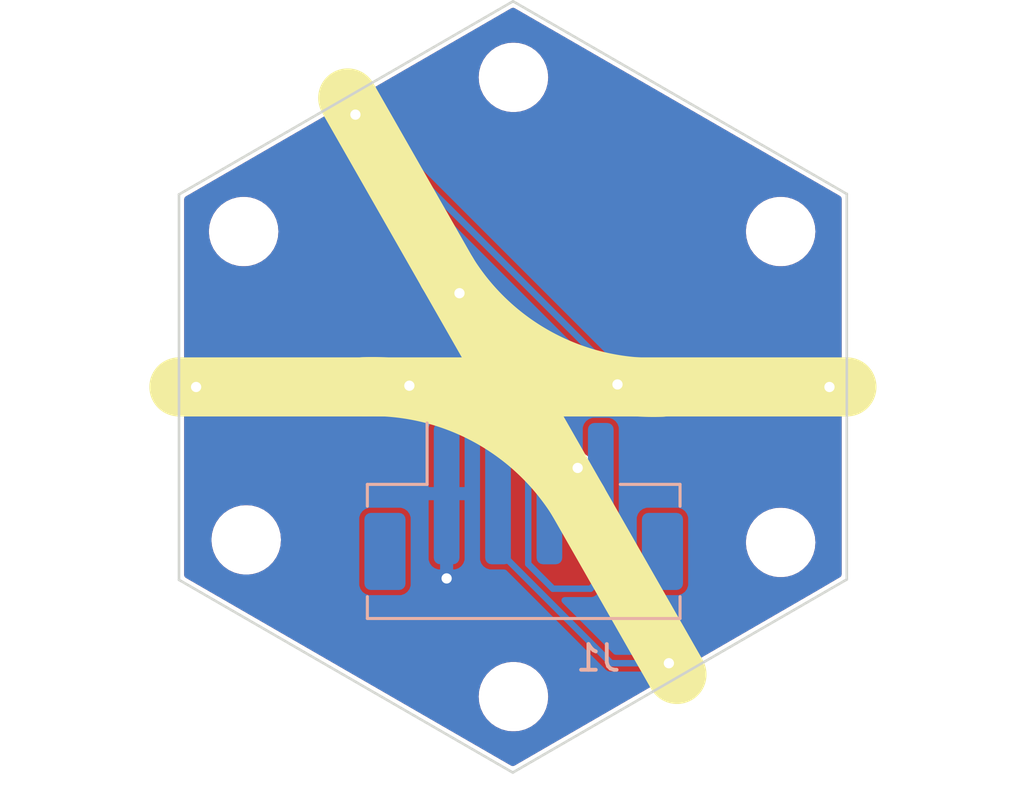
<source format=kicad_pcb>
(kicad_pcb (version 20211014) (generator pcbnew)
  (layers (0 "F.Cu" signal) (31 "B.Cu" signal) (34 "B.Paste" user) (35 "F.Paste" user) (36 "B.SilkS" user "B.Silkscreen") (37 "F.SilkS" user "F.Silkscreen") (38 "B.Mask" user) (39 "F.Mask" user) (44 "Edge.Cuts" user))
  (net 0 "")
  (net 1 "Net-(D1-Pad2)")
  (net 2 "IO1")
  (net 3 "Net-(D2-Pad2)")
  (net 4 "IO2")
  (net 5 "Net-(D3-Pad2)")
  (net 6 "GND")
  (net 7 "Net-(D4-Pad2)")
  (net 8 "+5V")
  (footprint "MountingHole:MountingHole_2.2mm_M2" (layer "F.Cu") (at 123.7 94)
    (fp_text reference "REF**" hide)
    (fp_text value "MountingHole_2.2mm_M2")
    (pad "" np_thru_hole circle (at 0 0) (size 2.2 2.2) (drill 2.2) (layers *.Cu *.Mask))
  )
  (footprint "MountingHole:MountingHole_2.2mm_M2" (layer "F.Cu") (at 144.5 82)
    (fp_text reference "REF**" hide)
    (fp_text value "MountingHole_2.2mm_M2")
    (pad "" np_thru_hole circle (at 0 0) (size 2.2 2.2) (drill 2.2) (layers *.Cu *.Mask))
  )
  (footprint "LED_SMD:LED_0805_2012Metric_Pad1.15x1.40mm_HandSolder" (layer "F.Cu") (at 139 96.8 120)
    (fp_text reference "D2" hide)
    (fp_text value "LED")
    (fp_line (start -1.86 0.96) (end 1 0.96) (layer "F.SilkS") (width 0.12))
    (fp_line (start 1 -0.96) (end -1.86 -0.96) (layer "F.SilkS") (width 0.12))
    (fp_line (start -1.86 -0.96) (end -1.86 0.96) (layer "F.SilkS") (width 0.12))
    (pad "1" smd roundrect (at -1.025 0 120) (size 1.15 1.4) (layers "F.Cu" "F.Paste" "F.Mask") (roundrect_rratio 0.217391) (net 4 "IO2"))
    (pad "2" smd roundrect (at 1.025 0 120) (size 1.15 1.4) (layers "F.Cu" "F.Paste" "F.Mask") (roundrect_rratio 0.217391) (net 3 "Net-(D2-Pad2)"))
  )
  (footprint "Resistor_SMD:R_0603_1608Metric_Pad0.98x0.95mm_HandSolder" (layer "F.Cu") (at 130.884678 82.508846 120)
    (fp_text reference "R1" hide)
    (fp_text value "6k2")
    (fp_line (start -0.254724 0.5225) (end 0.254724 0.5225) (layer "F.SilkS") (width 0.12))
    (fp_line (start -0.254724 -0.5225) (end 0.254724 -0.5225) (layer "F.SilkS") (width 0.12))
    (pad "1" smd roundrect (at -0.9125 0 120) (size 0.975 0.95) (layers "F.Cu" "F.Paste" "F.Mask") (net 8 "+5V"))
    (pad "2" smd roundrect (at 0.9125 0 120) (size 0.975 0.95) (layers "F.Cu" "F.Paste" "F.Mask") (net 1 "Net-(D1-Pad2)"))
  )
  (footprint "MountingHole:MountingHole_2.2mm_M2" (layer "F.Cu") (at 134.1 76)
    (fp_text reference "REF**" hide)
    (fp_text value "MountingHole_2.2mm_M2")
    (pad "" np_thru_hole circle (at 0 0) (size 2.2 2.2) (drill 2.2) (layers *.Cu *.Mask))
  )
  (footprint "Resistor_SMD:R_0603_1608Metric_Pad0.98x0.95mm_HandSolder" (layer "F.Cu") (at 140.3125 88)
    (fp_text reference "R3" hide)
    (fp_text value "6k2")
    (fp_line (start -0.254724 -0.5225) (end 0.254724 -0.5225) (layer "F.SilkS") (width 0.12))
    (fp_line (start -0.254724 0.5225) (end 0.254724 0.5225) (layer "F.SilkS") (width 0.12))
    (pad "1" smd roundrect (at -0.9125 0) (size 0.975 0.95) (layers "F.Cu" "F.Paste" "F.Mask") (net 2 "IO1"))
    (pad "2" smd roundrect (at 0.9125 0) (size 0.975 0.95) (layers "F.Cu" "F.Paste" "F.Mask") (net 5 "Net-(D3-Pad2)"))
  )
  (footprint "MountingHole:MountingHole_2.2mm_M2" (layer "F.Cu") (at 134.1 100.1)
    (fp_text reference "REF**" hide)
    (fp_text value "MountingHole_2.2mm_M2")
    (pad "" np_thru_hole circle (at 0 0) (size 2.2 2.2) (drill 2.2) (layers *.Cu *.Mask))
  )
  (footprint "LED_SMD:LED_0805_2012Metric_Pad1.15x1.40mm_HandSolder" (layer "F.Cu") (at 124.079497 88.047002)
    (fp_text reference "D4" hide)
    (fp_text value "LED")
    (fp_line (start -1.86 -0.96) (end -1.86 0.96) (layer "F.SilkS") (width 0.12))
    (fp_line (start 1 -0.96) (end -1.86 -0.96) (layer "F.SilkS") (width 0.12))
    (fp_line (start -1.86 0.96) (end 1 0.96) (layer "F.SilkS") (width 0.12))
    (pad "1" smd roundrect (at -1.025 0) (size 1.15 1.4) (layers "F.Cu" "F.Paste" "F.Mask") (roundrect_rratio 0.217391) (net 6 "GND"))
    (pad "2" smd roundrect (at 1.025 0) (size 1.15 1.4) (layers "F.Cu" "F.Paste" "F.Mask") (roundrect_rratio 0.217391) (net 7 "Net-(D4-Pad2)"))
  )
  (footprint "MountingHole:MountingHole_2.2mm_M2" (layer "F.Cu") (at 144.5 94.1)
    (fp_text reference "REF**" hide)
    (fp_text value "MountingHole_2.2mm_M2")
    (pad "" np_thru_hole circle (at 0 0) (size 2.2 2.2) (drill 2.2) (layers *.Cu *.Mask))
  )
  (footprint "Resistor_SMD:R_0603_1608Metric_Pad0.98x0.95mm_HandSolder" (layer "F.Cu") (at 136.99375 93.325073 -60)
    (fp_text reference "R2" hide)
    (fp_text value "6k2")
    (fp_line (start -0.254724 -0.5225) (end 0.254724 -0.5225) (layer "F.SilkS") (width 0.12))
    (fp_line (start -0.254724 0.5225) (end 0.254724 0.5225) (layer "F.SilkS") (width 0.12))
    (pad "1" smd roundrect (at -0.9125 0 300) (size 0.975 0.95) (layers "F.Cu" "F.Paste" "F.Mask") (net 8 "+5V"))
    (pad "2" smd roundrect (at 0.9125 0 300) (size 0.975 0.95) (layers "F.Cu" "F.Paste" "F.Mask") (net 3 "Net-(D2-Pad2)"))
  )
  (footprint "Resistor_SMD:R_0603_1608Metric_Pad0.98x0.95mm_HandSolder" (layer "F.Cu") (at 127.9 88 180)
    (fp_text reference "R4" hide)
    (fp_text value "6k2")
    (fp_line (start -0.254724 -0.5225) (end 0.254724 -0.5225) (layer "F.SilkS") (width 0.12))
    (fp_line (start -0.254724 0.5225) (end 0.254724 0.5225) (layer "F.SilkS") (width 0.12))
    (pad "1" smd roundrect (at -0.9125 0 180) (size 0.975 0.95) (layers "F.Cu" "F.Paste" "F.Mask") (net 4 "IO2"))
    (pad "2" smd roundrect (at 0.9125 0 180) (size 0.975 0.95) (layers "F.Cu" "F.Paste" "F.Mask") (net 7 "Net-(D4-Pad2)"))
  )
  (footprint "MountingHole:MountingHole_2.2mm_M2" (layer "F.Cu") (at 123.6 82)
    (fp_text reference "REF**" hide)
    (fp_text value "MountingHole_2.2mm_M2")
    (pad "" np_thru_hole circle (at 0 0) (size 2.2 2.2) (drill 2.2) (layers *.Cu *.Mask))
  )
  (footprint "LED_SMD:LED_0805_2012Metric_Pad1.15x1.40mm_HandSolder" (layer "F.Cu") (at 129.1 79.4 -60)
    (fp_text reference "D1" hide)
    (fp_text value "LED")
    (fp_line (start 1 -0.96) (end -1.86 -0.96) (layer "F.SilkS") (width 0.12))
    (fp_line (start -1.86 -0.96) (end -1.86 0.96) (layer "F.SilkS") (width 0.12))
    (fp_line (start -1.86 0.96) (end 1 0.96) (layer "F.SilkS") (width 0.12))
    (pad "1" smd roundrect (at -1.025 0 300) (size 1.15 1.4) (layers "F.Cu" "F.Paste" "F.Mask") (roundrect_rratio 0.217391) (net 2 "IO1"))
    (pad "2" smd roundrect (at 1.025 0 300) (size 1.15 1.4) (layers "F.Cu" "F.Paste" "F.Mask") (roundrect_rratio 0.217391) (net 1 "Net-(D1-Pad2)"))
  )
  (footprint "LED_SMD:LED_0805_2012Metric_Pad1.15x1.40mm_HandSolder" (layer "F.Cu") (at 144.079497 88.047002 180)
    (fp_text reference "D3" hide)
    (fp_text value "LED")
    (fp_line (start -1.86 0.96) (end 1 0.96) (layer "F.SilkS") (width 0.12))
    (fp_line (start 1 -0.96) (end -1.86 -0.96) (layer "F.SilkS") (width 0.12))
    (fp_line (start -1.86 -0.96) (end -1.86 0.96) (layer "F.SilkS") (width 0.12))
    (pad "1" smd roundrect (at -1.025 0 180) (size 1.15 1.4) (layers "F.Cu" "F.Paste" "F.Mask") (roundrect_rratio 0.217391) (net 6 "GND"))
    (pad "2" smd roundrect (at 1.025 0 180) (size 1.15 1.4) (layers "F.Cu" "F.Paste" "F.Mask") (roundrect_rratio 0.217391) (net 5 "Net-(D3-Pad2)"))
  )
  (footprint "Connector_JST:JST_PH_B4B-PH-SM4-TB_1x04-1MP_P2.00mm_Vertical" (layer "B.Cu") (at 134.5 92.7)
    (fp_text reference "J1" (at 2.9 5.9) (layer "B.SilkS") (effects (justify mirror)))
    (fp_text value "Conn_01x04_Male")
    (fp_line (start -6.085 4.36) (end 6.085 4.36) (layer "B.SilkS") (width 0.12))
    (fp_line (start -6.085 -0.01) (end -6.085 -0.86) (layer "B.SilkS") (width 0.12))
    (fp_line (start 6.085 -0.01) (end 6.085 -0.86) (layer "B.SilkS") (width 0.12))
    (fp_line (start 6.085 4.36) (end 6.085 3.51) (layer "B.SilkS") (width 0.12))
    (fp_line (start -6.085 3.51) (end -6.085 4.36) (layer "B.SilkS") (width 0.12))
    (fp_line (start 6.085 -0.86) (end 3.76 -0.86) (layer "B.SilkS") (width 0.12))
    (fp_line (start -3.76 -0.86) (end -3.76 -3.25) (layer "B.SilkS") (width 0.12))
    (fp_line (start -6.085 -0.86) (end -3.76 -0.86) (layer "B.SilkS") (width 0.12))
    (pad "1" smd roundrect (at -3 -0.5) (size 1 5.5) (layers "B.Cu" "B.Paste" "B.Mask") (net 6 "GND"))
    (pad "2" smd roundrect (at -1 -0.5) (size 1 5.5) (layers "B.Cu" "B.Paste" "B.Mask") (net 4 "IO2"))
    (pad "3" smd roundrect (at 1 -0.5) (size 1 5.5) (layers "B.Cu" "B.Paste" "B.Mask") (net 2 "IO1"))
    (pad "4" smd roundrect (at 3 -0.5) (size 1 5.5) (layers "B.Cu" "B.Paste" "B.Mask") (net 8 "+5V"))
    (pad "MP" smd roundrect (at 5.4 1.75) (size 1.6 3) (layers "B.Cu" "B.Paste" "B.Mask") (roundrect_rratio 0.15625))
    (pad "MP" smd roundrect (at -5.4 1.75) (size 1.6 3) (layers "B.Cu" "B.Paste" "B.Mask") (roundrect_rratio 0.15625))
  )
  (gr_arc (start 139.856833 88.061776) (mid 135.1 86.95) (end 131.53633 83.608778) (layer "F.SilkS") (width 2.3))
  (gr_line (start 131.53633 83.608778) (end 140.464749 99.238084) (layer "F.SilkS") (width 2.3))
  (gr_line (start 127.65 76.8) (end 131.53633 83.608778) (layer "F.SilkS") (width 2.3))
  (gr_line (start 121.079497 88.047002) (end 147.079497 88.047002) (layer "F.SilkS") (width 2.3))
  (gr_arc (start 128.293168 88.038223) (mid 133.05 89.15) (end 136.613671 92.491221) (layer "F.SilkS") (width 2.3))
  (gr_line (start 147.074688 95.538672) (end 147.074688 80.538672) (layer "Edge.Cuts") (width 0.1))
  (gr_line (start 134.074688 103.055332) (end 147.074688 95.538672) (layer "Edge.Cuts") (width 0.1))
  (gr_line (start 147.074688 80.538672) (end 134.084306 73.038672) (layer "Edge.Cuts") (width 0.1))
  (gr_line (start 121.084306 80.555332) (end 121.084306 95.555332) (layer "Edge.Cuts") (width 0.1))
  (gr_line (start 121.084306 95.555332) (end 134.074688 103.055332) (layer "Edge.Cuts") (width 0.1))
  (gr_line (start 134.084306 73.038672) (end 121.084306 80.555332) (layer "Edge.Cuts") (width 0.1))
  (segment (start 130.428428 81.718598) (end 130.428428 81.103604) (width 0.25) (layer "F.Cu") (net 1))
  (segment (start 130.428428 81.103604) (end 129.6125 80.287676) (width 0.25) (layer "F.Cu") (net 1))
  (segment (start 139.35 87.95) (end 139.4 88) (width 0.25) (layer "F.Cu") (net 2))
  (segment (start 128.5875 78.0875) (end 127.95 77.45) (width 0.25) (layer "F.Cu") (net 2))
  (segment (start 138.15 87.95) (end 139.35 87.95) (width 0.25) (layer "F.Cu") (net 2))
  (segment (start 128.5875 78.512324) (end 128.5875 78.0875) (width 0.25) (layer "F.Cu") (net 2))
  (via (at 138.15 87.95) (size 0.8) (drill 0.4) (layers "F.Cu" "B.Cu") (net 2))
  (via (at 127.95 77.45) (size 0.8) (drill 0.4) (layers "F.Cu" "B.Cu") (net 2))
  (segment (start 135.5 88.5) (end 136.1 87.9) (width 0.25) (layer "B.Cu") (net 2))
  (segment (start 127.95 77.45) (end 138.15 87.65) (width 0.25) (layer "B.Cu") (net 2))
  (segment (start 136.1 87.9) (end 138.1 87.9) (width 0.25) (layer "B.Cu") (net 2))
  (segment (start 135.5 92.2) (end 135.5 88.5) (width 0.25) (layer "B.Cu") (net 2))
  (segment (start 138.15 87.65) (end 138.15 87.95) (width 0.25) (layer "B.Cu") (net 2))
  (segment (start 138.1 87.9) (end 138.15 87.95) (width 0.25) (layer "B.Cu") (net 2))
  (segment (start 137.45 94.115321) (end 137.45 94.874824) (width 0.25) (layer "F.Cu") (net 3))
  (segment (start 137.45 94.874824) (end 138.4875 95.912324) (width 0.25) (layer "F.Cu") (net 3))
  (segment (start 140.15 98.325176) (end 139.5125 97.687676) (width 0.25) (layer "F.Cu") (net 4))
  (segment (start 128.8125 88) (end 130.05 88) (width 0.25) (layer "F.Cu") (net 4))
  (segment (start 140.15 98.8) (end 140.15 98.325176) (width 0.25) (layer "F.Cu") (net 4))
  (via (at 130.05 88) (size 0.8) (drill 0.4) (layers "F.Cu" "B.Cu") (net 4))
  (via (at 140.15 98.8) (size 0.8) (drill 0.4) (layers "F.Cu" "B.Cu") (net 4))
  (segment (start 132.6 88) (end 130.05 88) (width 0.25) (layer "B.Cu") (net 4))
  (segment (start 133.5 92.2) (end 133.5 88.9) (width 0.25) (layer "B.Cu") (net 4))
  (segment (start 133.5 88.9) (end 132.6 88) (width 0.25) (layer "B.Cu") (net 4))
  (segment (start 133.5 92.2) (end 133.5 94.398211) (width 0.25) (layer "B.Cu") (net 4))
  (segment (start 137.901789 98.8) (end 140.15 98.8) (width 0.25) (layer "B.Cu") (net 4))
  (segment (start 133.5 94.398211) (end 137.901789 98.8) (width 0.25) (layer "B.Cu") (net 4))
  (segment (start 141.225 88) (end 143.007495 88) (width 0.25) (layer "F.Cu") (net 5))
  (segment (start 143.007495 88) (end 143.054497 88.047002) (width 0.25) (layer "F.Cu") (net 5))
  (via (at 146.4 88.05) (size 0.8) (drill 0.4) (layers "F.Cu" "B.Cu") (net 6))
  (via (at 121.75 88.05) (size 0.8) (drill 0.4) (layers "F.Cu" "B.Cu") (net 6))
  (via (at 131.5 95.5) (size 0.8) (drill 0.4) (layers "F.Cu" "B.Cu") (net 6))
  (segment (start 131.5 92.2) (end 131.5 95.5) (width 0.25) (layer "B.Cu") (net 6))
  (segment (start 126.9875 88) (end 125.151499 88) (width 0.25) (layer "F.Cu") (net 7))
  (segment (start 125.151499 88) (end 125.104497 88.047002) (width 0.25) (layer "F.Cu") (net 7))
  (segment (start 136.5375 92.534825) (end 136.5375 91.2625) (width 0.25) (layer "F.Cu") (net 8))
  (segment (start 136.5375 91.2625) (end 136.6 91.2) (width 0.25) (layer "F.Cu") (net 8))
  (segment (start 132 84.4) (end 132 83.958166) (width 0.25) (layer "F.Cu") (net 8))
  (segment (start 132 83.958166) (end 131.340928 83.299094) (width 0.25) (layer "F.Cu") (net 8))
  (via (at 132 84.4) (size 0.8) (drill 0.4) (layers "F.Cu" "B.Cu") (net 8))
  (via (at 136.6 91.2) (size 0.8) (drill 0.4) (layers "F.Cu" "B.Cu") (net 8))
  (segment (start 136.6 91.2) (end 136.6 91.3) (width 0.25) (layer "B.Cu") (net 8))
  (segment (start 132 84.4) (end 134.67548 87.07548) (width 0.25) (layer "B.Cu") (net 8))
  (segment (start 134.67548 94.937973) (end 135.637507 95.9) (width 0.25) (layer "B.Cu") (net 8))
  (segment (start 137.5 95.5) (end 137.5 92.2) (width 0.25) (layer "B.Cu") (net 8))
  (segment (start 136.6 91.3) (end 137.5 92.2) (width 0.25) (layer "B.Cu") (net 8))
  (segment (start 137.5 95.5) (end 137.1 95.9) (width 0.25) (layer "B.Cu") (net 8))
  (segment (start 134.67548 87.07548) (end 134.67548 94.937973) (width 0.25) (layer "B.Cu") (net 8))
  (segment (start 135.637507 95.9) (end 137.1 95.9) (width 0.25) (layer "B.Cu") (net 8))
  (zone (net 6) (net_name "GND") (layers F&B.Cu) (connect_pads (clearance 0.2)) (min_thickness 0.254) (fill yes (thermal_gap 0.2) (thermal_bridge_width 0.508))
    (polygon (pts (xy 146.9 80.6) (xy 146.9 95.4) (xy 134.1 102.9) (xy 121.2 95.5) (xy 121.2 80.6) (xy 134.1 73.2)))
  )
)
</source>
